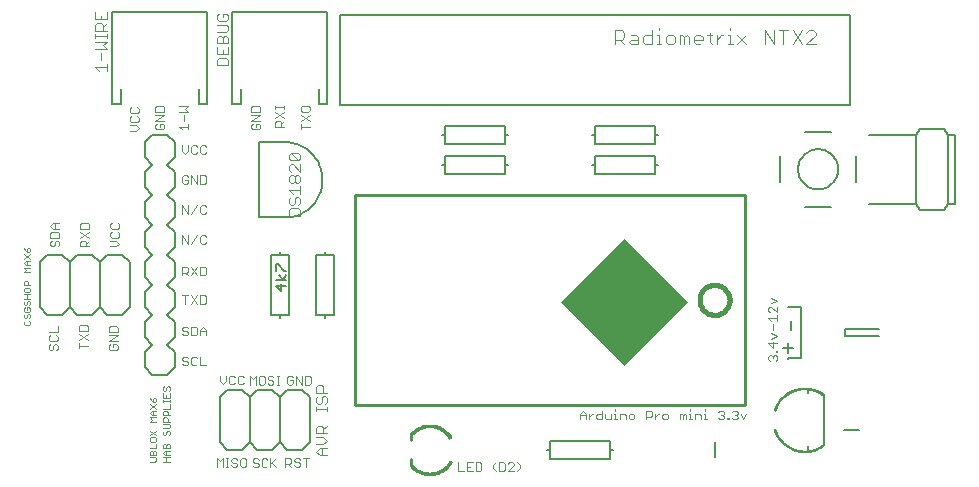
<source format=gto>
G75*
G70*
%OFA0B0*%
%FSLAX24Y24*%
%IPPOS*%
%LPD*%
%AMOC8*
5,1,8,0,0,1.08239X$1,22.5*
%
%ADD10C,0.0030*%
%ADD11C,0.0020*%
%ADD12R,0.3000X0.3000*%
%ADD13C,0.0160*%
%ADD14C,0.0100*%
%ADD15C,0.0060*%
%ADD16C,0.0050*%
%ADD17C,0.0070*%
%ADD18C,0.0010*%
%ADD19C,0.0080*%
%ADD20C,0.0040*%
D10*
X007006Y000532D02*
X007006Y000823D01*
X007103Y000726D01*
X007200Y000823D01*
X007200Y000532D01*
X007301Y000532D02*
X007398Y000532D01*
X007349Y000532D02*
X007349Y000823D01*
X007301Y000823D02*
X007398Y000823D01*
X007497Y000774D02*
X007546Y000823D01*
X007642Y000823D01*
X007691Y000774D01*
X007792Y000774D02*
X007792Y000581D01*
X007840Y000532D01*
X007937Y000532D01*
X007985Y000581D01*
X007985Y000774D01*
X007937Y000823D01*
X007840Y000823D01*
X007792Y000774D01*
X007691Y000629D02*
X007642Y000678D01*
X007546Y000678D01*
X007497Y000726D01*
X007497Y000774D01*
X007497Y000581D02*
X007546Y000532D01*
X007642Y000532D01*
X007691Y000581D01*
X007691Y000629D01*
X008206Y000578D02*
X008254Y000529D01*
X008351Y000529D01*
X008399Y000578D01*
X008399Y000626D01*
X008351Y000674D01*
X008254Y000674D01*
X008206Y000723D01*
X008206Y000771D01*
X008254Y000820D01*
X008351Y000820D01*
X008399Y000771D01*
X008500Y000771D02*
X008500Y000578D01*
X008549Y000529D01*
X008645Y000529D01*
X008694Y000578D01*
X008795Y000626D02*
X008988Y000820D01*
X008795Y000820D02*
X008795Y000529D01*
X008843Y000674D02*
X008988Y000529D01*
X009298Y000536D02*
X009298Y000826D01*
X009443Y000826D01*
X009492Y000778D01*
X009492Y000681D01*
X009443Y000633D01*
X009298Y000633D01*
X009395Y000633D02*
X009492Y000536D01*
X009593Y000585D02*
X009641Y000536D01*
X009738Y000536D01*
X009786Y000585D01*
X009786Y000633D01*
X009738Y000681D01*
X009641Y000681D01*
X009593Y000730D01*
X009593Y000778D01*
X009641Y000826D01*
X009738Y000826D01*
X009786Y000778D01*
X009887Y000826D02*
X010081Y000826D01*
X009984Y000826D02*
X009984Y000536D01*
X010437Y000919D02*
X010314Y001043D01*
X010437Y001166D01*
X010684Y001166D01*
X010561Y001288D02*
X010684Y001411D01*
X010561Y001535D01*
X010314Y001535D01*
X010314Y001656D02*
X010314Y001841D01*
X010376Y001903D01*
X010499Y001903D01*
X010561Y001841D01*
X010561Y001656D01*
X010684Y001656D02*
X010314Y001656D01*
X010561Y001780D02*
X010684Y001903D01*
X010684Y002393D02*
X010684Y002516D01*
X010684Y002454D02*
X010314Y002454D01*
X010314Y002393D02*
X010314Y002516D01*
X010376Y002638D02*
X010437Y002638D01*
X010499Y002700D01*
X010499Y002823D01*
X010561Y002885D01*
X010623Y002885D01*
X010684Y002823D01*
X010684Y002700D01*
X010623Y002638D01*
X010376Y002638D02*
X010314Y002700D01*
X010314Y002823D01*
X010376Y002885D01*
X010314Y003007D02*
X010314Y003192D01*
X010376Y003253D01*
X010499Y003253D01*
X010561Y003192D01*
X010561Y003007D01*
X010684Y003007D02*
X010314Y003007D01*
X010088Y003274D02*
X010136Y003322D01*
X010136Y003516D01*
X010088Y003564D01*
X009942Y003564D01*
X009942Y003274D01*
X010088Y003274D01*
X009841Y003274D02*
X009841Y003564D01*
X009648Y003564D02*
X009841Y003274D01*
X009648Y003274D02*
X009648Y003564D01*
X009547Y003516D02*
X009498Y003564D01*
X009402Y003564D01*
X009353Y003516D01*
X009353Y003322D01*
X009402Y003274D01*
X009498Y003274D01*
X009547Y003322D01*
X009547Y003419D01*
X009450Y003419D01*
X009096Y003563D02*
X008999Y003563D01*
X009048Y003563D02*
X009048Y003273D01*
X009096Y003273D02*
X008999Y003273D01*
X008898Y003321D02*
X008850Y003273D01*
X008753Y003273D01*
X008705Y003321D01*
X008604Y003321D02*
X008604Y003515D01*
X008555Y003563D01*
X008458Y003563D01*
X008410Y003515D01*
X008410Y003321D01*
X008458Y003273D01*
X008555Y003273D01*
X008604Y003321D01*
X008705Y003466D02*
X008753Y003418D01*
X008850Y003418D01*
X008898Y003370D01*
X008898Y003321D01*
X008898Y003515D02*
X008850Y003563D01*
X008753Y003563D01*
X008705Y003515D01*
X008705Y003466D01*
X008309Y003563D02*
X008309Y003273D01*
X008115Y003273D02*
X008115Y003563D01*
X008212Y003466D01*
X008309Y003563D01*
X007903Y003528D02*
X007854Y003576D01*
X007758Y003576D01*
X007709Y003528D01*
X007709Y003334D01*
X007758Y003286D01*
X007854Y003286D01*
X007903Y003334D01*
X007608Y003334D02*
X007560Y003286D01*
X007463Y003286D01*
X007415Y003334D01*
X007415Y003528D01*
X007463Y003576D01*
X007560Y003576D01*
X007608Y003528D01*
X007313Y003576D02*
X007313Y003383D01*
X007217Y003286D01*
X007120Y003383D01*
X007120Y003576D01*
X006648Y003915D02*
X006454Y003915D01*
X006454Y004205D01*
X006353Y004157D02*
X006305Y004205D01*
X006208Y004205D01*
X006160Y004157D01*
X006160Y003963D01*
X006208Y003915D01*
X006305Y003915D01*
X006353Y003963D01*
X006058Y003963D02*
X006010Y003915D01*
X005913Y003915D01*
X005865Y003963D01*
X005913Y004060D02*
X006010Y004060D01*
X006058Y004012D01*
X006058Y003963D01*
X005913Y004060D02*
X005865Y004108D01*
X005865Y004157D01*
X005913Y004205D01*
X006010Y004205D01*
X006058Y004157D01*
X006010Y004915D02*
X005913Y004915D01*
X005865Y004963D01*
X005913Y005060D02*
X006010Y005060D01*
X006058Y005012D01*
X006058Y004963D01*
X006010Y004915D01*
X006160Y004915D02*
X006305Y004915D01*
X006353Y004963D01*
X006353Y005157D01*
X006305Y005205D01*
X006160Y005205D01*
X006160Y004915D01*
X006058Y005157D02*
X006010Y005205D01*
X005913Y005205D01*
X005865Y005157D01*
X005865Y005108D01*
X005913Y005060D01*
X006454Y005060D02*
X006648Y005060D01*
X006648Y005108D02*
X006648Y004915D01*
X006648Y005108D02*
X006551Y005205D01*
X006454Y005108D01*
X006454Y004915D01*
X006454Y005965D02*
X006599Y005965D01*
X006648Y006013D01*
X006648Y006207D01*
X006599Y006255D01*
X006454Y006255D01*
X006454Y005965D01*
X006353Y005965D02*
X006160Y006255D01*
X006058Y006255D02*
X005865Y006255D01*
X005962Y006255D02*
X005962Y005965D01*
X006160Y005965D02*
X006353Y006255D01*
X006353Y006915D02*
X006160Y007205D01*
X006058Y007157D02*
X006058Y007060D01*
X006010Y007012D01*
X005865Y007012D01*
X005962Y007012D02*
X006058Y006915D01*
X006160Y006915D02*
X006353Y007205D01*
X006454Y007205D02*
X006599Y007205D01*
X006648Y007157D01*
X006648Y006963D01*
X006599Y006915D01*
X006454Y006915D01*
X006454Y007205D01*
X006058Y007157D02*
X006010Y007205D01*
X005865Y007205D01*
X005865Y006915D01*
X005865Y007965D02*
X005865Y008255D01*
X006058Y007965D01*
X006058Y008255D01*
X006353Y008255D02*
X006160Y007965D01*
X006454Y008013D02*
X006454Y008207D01*
X006503Y008255D01*
X006599Y008255D01*
X006648Y008207D01*
X006648Y008013D02*
X006599Y007965D01*
X006503Y007965D01*
X006454Y008013D01*
X006503Y008965D02*
X006599Y008965D01*
X006648Y009013D01*
X006503Y008965D02*
X006454Y009013D01*
X006454Y009207D01*
X006503Y009255D01*
X006599Y009255D01*
X006648Y009207D01*
X006353Y009255D02*
X006160Y008965D01*
X006058Y008965D02*
X006058Y009255D01*
X005865Y009255D02*
X005865Y008965D01*
X006058Y008965D02*
X005865Y009255D01*
X005913Y009965D02*
X006010Y009965D01*
X006058Y010013D01*
X006058Y010110D01*
X005962Y010110D01*
X006058Y010207D02*
X006010Y010255D01*
X005913Y010255D01*
X005865Y010207D01*
X005865Y010013D01*
X005913Y009965D01*
X006160Y009965D02*
X006160Y010255D01*
X006353Y009965D01*
X006353Y010255D01*
X006454Y010255D02*
X006599Y010255D01*
X006648Y010207D01*
X006648Y010013D01*
X006599Y009965D01*
X006454Y009965D01*
X006454Y010255D01*
X006503Y010965D02*
X006599Y010965D01*
X006648Y011013D01*
X006503Y010965D02*
X006454Y011013D01*
X006454Y011207D01*
X006503Y011255D01*
X006599Y011255D01*
X006648Y011207D01*
X006353Y011207D02*
X006305Y011255D01*
X006208Y011255D01*
X006160Y011207D01*
X006160Y011013D01*
X006208Y010965D01*
X006305Y010965D01*
X006353Y011013D01*
X006058Y011062D02*
X006058Y011255D01*
X005865Y011255D02*
X005865Y011062D01*
X005962Y010965D01*
X006058Y011062D01*
X006055Y011781D02*
X006055Y011975D01*
X006055Y011878D02*
X005765Y011878D01*
X005862Y011781D01*
X005910Y012076D02*
X005910Y012269D01*
X006055Y012370D02*
X005958Y012467D01*
X006055Y012564D01*
X005765Y012564D01*
X005765Y012370D02*
X006055Y012370D01*
X005255Y012370D02*
X005255Y012515D01*
X005207Y012564D01*
X005013Y012564D01*
X004965Y012515D01*
X004965Y012370D01*
X005255Y012370D01*
X005255Y012269D02*
X004965Y012269D01*
X004965Y012076D02*
X005255Y012269D01*
X005255Y012076D02*
X004965Y012076D01*
X005013Y011975D02*
X004965Y011926D01*
X004965Y011829D01*
X005013Y011781D01*
X005207Y011781D01*
X005255Y011829D01*
X005255Y011926D01*
X005207Y011975D01*
X005110Y011975D01*
X005110Y011878D01*
X004405Y011828D02*
X004308Y011925D01*
X004115Y011925D01*
X004163Y012026D02*
X004115Y012074D01*
X004115Y012171D01*
X004163Y012219D01*
X004163Y012320D02*
X004357Y012320D01*
X004405Y012369D01*
X004405Y012465D01*
X004357Y012514D01*
X004163Y012514D02*
X004115Y012465D01*
X004115Y012369D01*
X004163Y012320D01*
X004357Y012219D02*
X004405Y012171D01*
X004405Y012074D01*
X004357Y012026D01*
X004163Y012026D01*
X004115Y011731D02*
X004308Y011731D01*
X004405Y011828D01*
X003335Y013728D02*
X003335Y013975D01*
X003335Y013851D02*
X002965Y013851D01*
X003088Y013728D01*
X003150Y014096D02*
X003150Y014343D01*
X002965Y014465D02*
X003335Y014465D01*
X003212Y014588D01*
X003335Y014711D01*
X002965Y014711D01*
X002965Y014833D02*
X002965Y014956D01*
X002965Y014895D02*
X003335Y014895D01*
X003335Y014956D02*
X003335Y014833D01*
X003335Y015078D02*
X002965Y015078D01*
X002965Y015264D01*
X003026Y015325D01*
X003150Y015325D01*
X003212Y015264D01*
X003212Y015078D01*
X003212Y015202D02*
X003335Y015325D01*
X003335Y015447D02*
X002965Y015447D01*
X002965Y015694D01*
X003150Y015570D02*
X003150Y015447D01*
X003335Y015447D02*
X003335Y015694D01*
X007015Y015582D02*
X007015Y015458D01*
X007076Y015397D01*
X007323Y015397D01*
X007385Y015458D01*
X007385Y015582D01*
X007323Y015644D01*
X007200Y015644D01*
X007200Y015520D01*
X007076Y015644D02*
X007015Y015582D01*
X007015Y015275D02*
X007323Y015275D01*
X007385Y015214D01*
X007385Y015090D01*
X007323Y015028D01*
X007015Y015028D01*
X007076Y014907D02*
X007138Y014907D01*
X007200Y014845D01*
X007200Y014660D01*
X007385Y014660D02*
X007015Y014660D01*
X007015Y014845D01*
X007076Y014907D01*
X007200Y014845D02*
X007262Y014907D01*
X007323Y014907D01*
X007385Y014845D01*
X007385Y014660D01*
X007385Y014539D02*
X007385Y014292D01*
X007015Y014292D01*
X007015Y014539D01*
X007200Y014415D02*
X007200Y014292D01*
X007323Y014170D02*
X007076Y014170D01*
X007015Y014109D01*
X007015Y013923D01*
X007385Y013923D01*
X007385Y014109D01*
X007323Y014170D01*
X008213Y012564D02*
X008165Y012515D01*
X008165Y012370D01*
X008455Y012370D01*
X008455Y012515D01*
X008407Y012564D01*
X008213Y012564D01*
X008165Y012269D02*
X008455Y012269D01*
X008165Y012076D01*
X008455Y012076D01*
X008407Y011975D02*
X008310Y011975D01*
X008310Y011878D01*
X008407Y011975D02*
X008455Y011926D01*
X008455Y011829D01*
X008407Y011781D01*
X008213Y011781D01*
X008165Y011829D01*
X008165Y011926D01*
X008213Y011975D01*
X008965Y012024D02*
X009013Y012073D01*
X009110Y012073D01*
X009158Y012024D01*
X009158Y011879D01*
X009255Y011879D02*
X008965Y011879D01*
X008965Y012024D01*
X008965Y012174D02*
X009255Y012367D01*
X009255Y012469D02*
X009255Y012565D01*
X009255Y012517D02*
X008965Y012517D01*
X008965Y012469D02*
X008965Y012565D01*
X008965Y012367D02*
X009255Y012174D01*
X009255Y012073D02*
X009158Y011976D01*
X009815Y011975D02*
X009815Y011781D01*
X009815Y011878D02*
X010105Y011878D01*
X010105Y012076D02*
X009815Y012269D01*
X009863Y012370D02*
X009815Y012419D01*
X009815Y012515D01*
X009863Y012564D01*
X010057Y012564D01*
X010105Y012515D01*
X010105Y012419D01*
X010057Y012370D01*
X009863Y012370D01*
X010105Y012269D02*
X009815Y012076D01*
X009723Y010994D02*
X009476Y010994D01*
X009723Y010747D01*
X009785Y010808D01*
X009785Y010932D01*
X009723Y010994D01*
X009476Y010994D02*
X009415Y010932D01*
X009415Y010808D01*
X009476Y010747D01*
X009723Y010747D01*
X009785Y010625D02*
X009785Y010378D01*
X009538Y010625D01*
X009476Y010625D01*
X009415Y010564D01*
X009415Y010440D01*
X009476Y010378D01*
X009476Y010257D02*
X009538Y010257D01*
X009600Y010195D01*
X009600Y010072D01*
X009538Y010010D01*
X009476Y010010D01*
X009415Y010072D01*
X009415Y010195D01*
X009476Y010257D01*
X009600Y010195D02*
X009662Y010257D01*
X009723Y010257D01*
X009785Y010195D01*
X009785Y010072D01*
X009723Y010010D01*
X009662Y010010D01*
X009600Y010072D01*
X009785Y009889D02*
X009785Y009642D01*
X009785Y009765D02*
X009415Y009765D01*
X009538Y009642D01*
X009476Y009520D02*
X009415Y009459D01*
X009415Y009335D01*
X009476Y009273D01*
X009538Y009273D01*
X009600Y009335D01*
X009600Y009459D01*
X009662Y009520D01*
X009723Y009520D01*
X009785Y009459D01*
X009785Y009335D01*
X009723Y009273D01*
X009723Y009152D02*
X009476Y009152D01*
X009415Y009090D01*
X009415Y008905D01*
X009785Y008905D01*
X009785Y009090D01*
X009723Y009152D01*
X003755Y008615D02*
X003755Y008519D01*
X003707Y008470D01*
X003513Y008470D01*
X003465Y008519D01*
X003465Y008615D01*
X003513Y008664D01*
X003707Y008664D02*
X003755Y008615D01*
X003707Y008369D02*
X003755Y008321D01*
X003755Y008224D01*
X003707Y008176D01*
X003513Y008176D01*
X003465Y008224D01*
X003465Y008321D01*
X003513Y008369D01*
X003465Y008075D02*
X003658Y008075D01*
X003755Y007978D01*
X003658Y007881D01*
X003465Y007881D01*
X002755Y007881D02*
X002465Y007881D01*
X002465Y008026D01*
X002513Y008075D01*
X002610Y008075D01*
X002658Y008026D01*
X002658Y007881D01*
X002658Y007978D02*
X002755Y008075D01*
X002755Y008176D02*
X002465Y008369D01*
X002465Y008470D02*
X002465Y008615D01*
X002513Y008664D01*
X002707Y008664D01*
X002755Y008615D01*
X002755Y008470D01*
X002465Y008470D01*
X002465Y008176D02*
X002755Y008369D01*
X001755Y008321D02*
X001755Y008176D01*
X001465Y008176D01*
X001465Y008321D01*
X001513Y008369D01*
X001707Y008369D01*
X001755Y008321D01*
X001755Y008470D02*
X001562Y008470D01*
X001465Y008567D01*
X001562Y008664D01*
X001755Y008664D01*
X001610Y008664D02*
X001610Y008470D01*
X001658Y008075D02*
X001707Y008075D01*
X001755Y008026D01*
X001755Y007929D01*
X001707Y007881D01*
X001610Y007929D02*
X001610Y008026D01*
X001658Y008075D01*
X001513Y008075D02*
X001465Y008026D01*
X001465Y007929D01*
X001513Y007881D01*
X001562Y007881D01*
X001610Y007929D01*
X001705Y005214D02*
X001705Y005020D01*
X001415Y005020D01*
X001463Y004919D02*
X001415Y004871D01*
X001415Y004774D01*
X001463Y004726D01*
X001657Y004726D01*
X001705Y004774D01*
X001705Y004871D01*
X001657Y004919D01*
X001657Y004625D02*
X001705Y004576D01*
X001705Y004479D01*
X001657Y004431D01*
X001560Y004479D02*
X001560Y004576D01*
X001608Y004625D01*
X001657Y004625D01*
X001560Y004479D02*
X001512Y004431D01*
X001463Y004431D01*
X001415Y004479D01*
X001415Y004576D01*
X001463Y004625D01*
X002415Y004578D02*
X002705Y004578D01*
X002705Y004776D02*
X002415Y004969D01*
X002415Y005070D02*
X002415Y005215D01*
X002463Y005264D01*
X002657Y005264D01*
X002705Y005215D01*
X002705Y005070D01*
X002415Y005070D01*
X002415Y004776D02*
X002705Y004969D01*
X002415Y004675D02*
X002415Y004481D01*
X003415Y004479D02*
X003463Y004431D01*
X003657Y004431D01*
X003705Y004479D01*
X003705Y004576D01*
X003657Y004625D01*
X003560Y004625D01*
X003560Y004528D01*
X003463Y004625D02*
X003415Y004576D01*
X003415Y004479D01*
X003415Y004726D02*
X003705Y004919D01*
X003415Y004919D01*
X003415Y005020D02*
X003415Y005165D01*
X003463Y005214D01*
X003657Y005214D01*
X003705Y005165D01*
X003705Y005020D01*
X003415Y005020D01*
X003415Y004726D02*
X003705Y004726D01*
X010314Y001288D02*
X010561Y001288D01*
X010499Y001166D02*
X010499Y000919D01*
X010437Y000919D02*
X010684Y000919D01*
X008694Y000771D02*
X008645Y000820D01*
X008549Y000820D01*
X008500Y000771D01*
X015045Y000685D02*
X015045Y000395D01*
X015238Y000395D01*
X015340Y000395D02*
X015533Y000395D01*
X015634Y000395D02*
X015779Y000395D01*
X015828Y000443D01*
X015828Y000637D01*
X015779Y000685D01*
X015634Y000685D01*
X015634Y000395D01*
X015436Y000540D02*
X015340Y000540D01*
X015340Y000685D02*
X015340Y000395D01*
X015340Y000685D02*
X015533Y000685D01*
X016224Y000588D02*
X016320Y000685D01*
X016420Y000685D02*
X016565Y000685D01*
X016614Y000637D01*
X016614Y000443D01*
X016565Y000395D01*
X016420Y000395D01*
X016420Y000685D01*
X016224Y000588D02*
X016224Y000492D01*
X016320Y000395D01*
X016715Y000395D02*
X016908Y000588D01*
X016908Y000637D01*
X016860Y000685D01*
X016763Y000685D01*
X016715Y000637D01*
X016715Y000395D02*
X016908Y000395D01*
X017009Y000395D02*
X017106Y000492D01*
X017106Y000588D01*
X017009Y000685D01*
X019115Y002115D02*
X019115Y002308D01*
X019212Y002405D01*
X019308Y002308D01*
X019308Y002115D01*
X019410Y002115D02*
X019410Y002308D01*
X019410Y002212D02*
X019506Y002308D01*
X019555Y002308D01*
X019655Y002260D02*
X019704Y002308D01*
X019849Y002308D01*
X019849Y002405D02*
X019849Y002115D01*
X019704Y002115D01*
X019655Y002163D01*
X019655Y002260D01*
X019950Y002308D02*
X019950Y002163D01*
X019998Y002115D01*
X020143Y002115D01*
X020143Y002308D01*
X020244Y002308D02*
X020293Y002308D01*
X020293Y002115D01*
X020341Y002115D02*
X020244Y002115D01*
X020441Y002115D02*
X020441Y002308D01*
X020586Y002308D01*
X020634Y002260D01*
X020634Y002115D01*
X020736Y002163D02*
X020784Y002115D01*
X020881Y002115D01*
X020929Y002163D01*
X020929Y002260D01*
X020881Y002308D01*
X020784Y002308D01*
X020736Y002260D01*
X020736Y002163D01*
X020293Y002405D02*
X020293Y002454D01*
X019308Y002260D02*
X019115Y002260D01*
X021325Y002212D02*
X021470Y002212D01*
X021518Y002260D01*
X021518Y002357D01*
X021470Y002405D01*
X021325Y002405D01*
X021325Y002115D01*
X021620Y002115D02*
X021620Y002308D01*
X021620Y002212D02*
X021716Y002308D01*
X021765Y002308D01*
X021865Y002260D02*
X021865Y002163D01*
X021913Y002115D01*
X022010Y002115D01*
X022059Y002163D01*
X022059Y002260D01*
X022010Y002308D01*
X021913Y002308D01*
X021865Y002260D01*
X022454Y002308D02*
X022454Y002115D01*
X022551Y002115D02*
X022551Y002260D01*
X022600Y002308D01*
X022648Y002260D01*
X022648Y002115D01*
X022749Y002115D02*
X022846Y002115D01*
X022797Y002115D02*
X022797Y002308D01*
X022749Y002308D01*
X022797Y002405D02*
X022797Y002454D01*
X022945Y002308D02*
X023091Y002308D01*
X023139Y002260D01*
X023139Y002115D01*
X023240Y002115D02*
X023337Y002115D01*
X023288Y002115D02*
X023288Y002308D01*
X023240Y002308D01*
X023288Y002405D02*
X023288Y002454D01*
X022945Y002308D02*
X022945Y002115D01*
X022551Y002260D02*
X022503Y002308D01*
X022454Y002308D01*
X023731Y002357D02*
X023780Y002405D01*
X023876Y002405D01*
X023925Y002357D01*
X023925Y002308D01*
X023876Y002260D01*
X023925Y002212D01*
X023925Y002163D01*
X023876Y002115D01*
X023780Y002115D01*
X023731Y002163D01*
X023828Y002260D02*
X023876Y002260D01*
X024026Y002163D02*
X024074Y002163D01*
X024074Y002115D01*
X024026Y002115D01*
X024026Y002163D01*
X024173Y002163D02*
X024222Y002115D01*
X024318Y002115D01*
X024367Y002163D01*
X024367Y002212D01*
X024318Y002260D01*
X024270Y002260D01*
X024318Y002260D02*
X024367Y002308D01*
X024367Y002357D01*
X024318Y002405D01*
X024222Y002405D01*
X024173Y002357D01*
X024468Y002308D02*
X024565Y002115D01*
X024661Y002308D01*
X025443Y004065D02*
X025395Y004113D01*
X025395Y004210D01*
X025443Y004258D01*
X025492Y004258D01*
X025540Y004210D01*
X025588Y004258D01*
X025637Y004258D01*
X025685Y004210D01*
X025685Y004113D01*
X025637Y004065D01*
X025540Y004162D02*
X025540Y004210D01*
X025637Y004360D02*
X025637Y004408D01*
X025685Y004408D01*
X025685Y004360D01*
X025637Y004360D01*
X025540Y004507D02*
X025540Y004700D01*
X025492Y004802D02*
X025685Y004898D01*
X025492Y004995D01*
X025540Y005096D02*
X025540Y005290D01*
X025492Y005391D02*
X025395Y005488D01*
X025685Y005488D01*
X025685Y005584D02*
X025685Y005391D01*
X025685Y005686D02*
X025492Y005879D01*
X025443Y005879D01*
X025395Y005831D01*
X025395Y005734D01*
X025443Y005686D01*
X025685Y005686D02*
X025685Y005879D01*
X025685Y006077D02*
X025492Y005980D01*
X025492Y006174D02*
X025685Y006077D01*
X025685Y004652D02*
X025395Y004652D01*
X025540Y004507D01*
D11*
X004953Y000710D02*
X004770Y000710D01*
X004770Y000857D02*
X004953Y000857D01*
X004990Y000820D01*
X004990Y000747D01*
X004953Y000710D01*
X004990Y000931D02*
X004990Y001041D01*
X004953Y001078D01*
X004917Y001078D01*
X004880Y001041D01*
X004880Y000931D01*
X004990Y000931D02*
X004770Y000931D01*
X004770Y001041D01*
X004807Y001078D01*
X004843Y001078D01*
X004880Y001041D01*
X004990Y001152D02*
X004990Y001299D01*
X004953Y001373D02*
X004990Y001410D01*
X004990Y001483D01*
X004953Y001520D01*
X004807Y001520D01*
X004770Y001483D01*
X004770Y001410D01*
X004807Y001373D01*
X004953Y001373D01*
X004990Y001594D02*
X004770Y001741D01*
X004770Y001594D02*
X004990Y001741D01*
X005220Y001704D02*
X005220Y001631D01*
X005257Y001594D01*
X005293Y001594D01*
X005330Y001631D01*
X005330Y001704D01*
X005367Y001741D01*
X005403Y001741D01*
X005440Y001704D01*
X005440Y001631D01*
X005403Y001594D01*
X005257Y001741D02*
X005220Y001704D01*
X005220Y001815D02*
X005403Y001815D01*
X005440Y001852D01*
X005440Y001925D01*
X005403Y001962D01*
X005220Y001962D01*
X005220Y002036D02*
X005220Y002146D01*
X005257Y002183D01*
X005330Y002183D01*
X005367Y002146D01*
X005367Y002036D01*
X005440Y002036D02*
X005220Y002036D01*
X005220Y002257D02*
X005220Y002367D01*
X005257Y002404D01*
X005330Y002404D01*
X005367Y002367D01*
X005367Y002257D01*
X005440Y002257D02*
X005220Y002257D01*
X004990Y002257D02*
X004843Y002257D01*
X004770Y002330D01*
X004843Y002404D01*
X004990Y002404D01*
X004990Y002478D02*
X004770Y002625D01*
X004880Y002699D02*
X004880Y002809D01*
X004917Y002846D01*
X004953Y002846D01*
X004990Y002809D01*
X004990Y002736D01*
X004953Y002699D01*
X004880Y002699D01*
X004807Y002772D01*
X004770Y002846D01*
X004990Y002625D02*
X004770Y002478D01*
X004880Y002404D02*
X004880Y002257D01*
X004770Y002183D02*
X004990Y002183D01*
X004990Y002036D02*
X004770Y002036D01*
X004843Y002109D01*
X004770Y002183D01*
X005220Y002478D02*
X005440Y002478D01*
X005440Y002625D01*
X005440Y002699D02*
X005440Y002772D01*
X005440Y002736D02*
X005220Y002736D01*
X005220Y002772D02*
X005220Y002699D01*
X005220Y002846D02*
X005440Y002846D01*
X005440Y002993D01*
X005403Y003067D02*
X005440Y003104D01*
X005440Y003177D01*
X005403Y003214D01*
X005367Y003214D01*
X005330Y003177D01*
X005330Y003104D01*
X005293Y003067D01*
X005257Y003067D01*
X005220Y003104D01*
X005220Y003177D01*
X005257Y003214D01*
X005220Y002993D02*
X005220Y002846D01*
X005330Y002846D02*
X005330Y002920D01*
X005367Y001299D02*
X005403Y001299D01*
X005440Y001262D01*
X005440Y001152D01*
X005220Y001152D01*
X005220Y001262D01*
X005257Y001299D01*
X005293Y001299D01*
X005330Y001262D01*
X005330Y001152D01*
X005330Y001078D02*
X005330Y000931D01*
X005293Y000931D02*
X005220Y001004D01*
X005293Y001078D01*
X005440Y001078D01*
X005440Y000931D02*
X005293Y000931D01*
X005330Y000857D02*
X005330Y000710D01*
X005440Y000710D02*
X005220Y000710D01*
X005220Y000857D02*
X005440Y000857D01*
X005330Y001262D02*
X005367Y001299D01*
X004990Y001152D02*
X004770Y001152D01*
X000753Y005260D02*
X000607Y005260D01*
X000570Y005297D01*
X000570Y005370D01*
X000607Y005407D01*
X000607Y005481D02*
X000643Y005481D01*
X000680Y005518D01*
X000680Y005591D01*
X000717Y005628D01*
X000753Y005628D01*
X000790Y005591D01*
X000790Y005518D01*
X000753Y005481D01*
X000753Y005407D02*
X000790Y005370D01*
X000790Y005297D01*
X000753Y005260D01*
X000607Y005481D02*
X000570Y005518D01*
X000570Y005591D01*
X000607Y005628D01*
X000607Y005702D02*
X000753Y005702D01*
X000790Y005739D01*
X000790Y005812D01*
X000753Y005849D01*
X000680Y005849D01*
X000680Y005775D01*
X000607Y005702D02*
X000570Y005739D01*
X000570Y005812D01*
X000607Y005849D01*
X000607Y005923D02*
X000643Y005923D01*
X000680Y005960D01*
X000680Y006033D01*
X000717Y006070D01*
X000753Y006070D01*
X000790Y006033D01*
X000790Y005960D01*
X000753Y005923D01*
X000607Y005923D02*
X000570Y005960D01*
X000570Y006033D01*
X000607Y006070D01*
X000570Y006144D02*
X000790Y006144D01*
X000680Y006144D02*
X000680Y006291D01*
X000607Y006365D02*
X000753Y006365D01*
X000790Y006402D01*
X000790Y006475D01*
X000753Y006512D01*
X000607Y006512D01*
X000570Y006475D01*
X000570Y006402D01*
X000607Y006365D01*
X000570Y006291D02*
X000790Y006291D01*
X000790Y006586D02*
X000570Y006586D01*
X000570Y006696D01*
X000607Y006733D01*
X000680Y006733D01*
X000717Y006696D01*
X000717Y006586D01*
X000790Y007028D02*
X000570Y007028D01*
X000643Y007101D01*
X000570Y007175D01*
X000790Y007175D01*
X000790Y007249D02*
X000643Y007249D01*
X000570Y007322D01*
X000643Y007396D01*
X000790Y007396D01*
X000790Y007470D02*
X000570Y007617D01*
X000680Y007691D02*
X000607Y007764D01*
X000570Y007838D01*
X000680Y007801D02*
X000680Y007691D01*
X000753Y007691D01*
X000790Y007728D01*
X000790Y007801D01*
X000753Y007838D01*
X000717Y007838D01*
X000680Y007801D01*
X000790Y007617D02*
X000570Y007470D01*
X000680Y007396D02*
X000680Y007249D01*
D12*
G36*
X022721Y006014D02*
X020600Y003893D01*
X018479Y006014D01*
X020600Y008135D01*
X022721Y006014D01*
G37*
D13*
X023100Y006100D02*
X023102Y006144D01*
X023108Y006188D01*
X023118Y006231D01*
X023131Y006273D01*
X023148Y006314D01*
X023169Y006353D01*
X023193Y006390D01*
X023220Y006425D01*
X023250Y006457D01*
X023283Y006487D01*
X023319Y006513D01*
X023356Y006537D01*
X023396Y006556D01*
X023437Y006573D01*
X023480Y006585D01*
X023523Y006594D01*
X023567Y006599D01*
X023611Y006600D01*
X023655Y006597D01*
X023699Y006590D01*
X023742Y006579D01*
X023784Y006565D01*
X023824Y006547D01*
X023863Y006525D01*
X023899Y006501D01*
X023933Y006473D01*
X023965Y006442D01*
X023994Y006408D01*
X024020Y006372D01*
X024042Y006334D01*
X024061Y006294D01*
X024076Y006252D01*
X024088Y006210D01*
X024096Y006166D01*
X024100Y006122D01*
X024100Y006078D01*
X024096Y006034D01*
X024088Y005990D01*
X024076Y005948D01*
X024061Y005906D01*
X024042Y005866D01*
X024020Y005828D01*
X023994Y005792D01*
X023965Y005758D01*
X023933Y005727D01*
X023899Y005699D01*
X023863Y005675D01*
X023824Y005653D01*
X023784Y005635D01*
X023742Y005621D01*
X023699Y005610D01*
X023655Y005603D01*
X023611Y005600D01*
X023567Y005601D01*
X023523Y005606D01*
X023480Y005615D01*
X023437Y005627D01*
X023396Y005644D01*
X023356Y005663D01*
X023319Y005687D01*
X023283Y005713D01*
X023250Y005743D01*
X023220Y005775D01*
X023193Y005810D01*
X023169Y005847D01*
X023148Y005886D01*
X023131Y005927D01*
X023118Y005969D01*
X023108Y006012D01*
X023102Y006056D01*
X023100Y006100D01*
D14*
X024600Y002600D02*
X011600Y002600D01*
X011600Y009600D01*
X024600Y009600D01*
X024600Y002600D01*
X013480Y001610D02*
X013480Y001430D01*
X013480Y000790D02*
X013480Y000590D01*
D15*
X010100Y001350D02*
X009850Y001100D01*
X009350Y001100D01*
X009100Y001350D01*
X009100Y002850D01*
X009350Y003100D01*
X009850Y003100D01*
X010100Y002850D01*
X010100Y001350D01*
X009100Y001350D02*
X008850Y001100D01*
X008350Y001100D01*
X008100Y001350D01*
X008100Y002850D01*
X008350Y003100D01*
X008850Y003100D01*
X009100Y002850D01*
X008100Y002850D02*
X007850Y003100D01*
X007350Y003100D01*
X007100Y002850D01*
X007100Y001350D01*
X007350Y001100D01*
X007850Y001100D01*
X008100Y001350D01*
X003850Y005600D02*
X003350Y005600D01*
X003100Y005850D01*
X003100Y007350D01*
X003350Y007600D01*
X003850Y007600D01*
X004100Y007350D01*
X004100Y005850D01*
X003850Y005600D01*
X003100Y005850D02*
X002850Y005600D01*
X002350Y005600D01*
X002100Y005850D01*
X002100Y007350D01*
X002350Y007600D01*
X002850Y007600D01*
X003100Y007350D01*
X002100Y007350D02*
X001850Y007600D01*
X001350Y007600D01*
X001100Y007350D01*
X001100Y005850D01*
X001350Y005600D01*
X001850Y005600D01*
X002100Y005850D01*
X008980Y006557D02*
X009150Y006386D01*
X009150Y006613D01*
X009207Y006755D02*
X009093Y006925D01*
X008980Y007062D02*
X008980Y007289D01*
X009036Y007289D01*
X009263Y007062D01*
X009320Y007062D01*
X009320Y006925D02*
X009207Y006755D01*
X009320Y006755D02*
X008980Y006755D01*
X008980Y006557D02*
X009320Y006557D01*
X026700Y003145D02*
X026700Y002987D01*
X027250Y002925D02*
X027250Y001275D01*
X026700Y001213D02*
X026700Y001055D01*
D16*
X026482Y004173D02*
X026049Y004173D01*
X026049Y004134D01*
X026482Y004173D02*
X026482Y005866D01*
X026049Y005866D01*
X027939Y005118D02*
X027939Y004882D01*
X029080Y004882D01*
X029080Y005118D02*
X027939Y005118D01*
X028100Y012600D02*
X028100Y015600D01*
X011100Y015600D01*
X011100Y012600D01*
X028100Y012600D01*
X009150Y011350D02*
X009219Y011355D01*
X009288Y011356D01*
X009357Y011353D01*
X009426Y011347D01*
X009495Y011337D01*
X009563Y011323D01*
X009630Y011305D01*
X009695Y011284D01*
X009760Y011259D01*
X009823Y011230D01*
X009884Y011198D01*
X009944Y011163D01*
X010002Y011125D01*
X010057Y011083D01*
X010110Y011038D01*
X010160Y010991D01*
X010208Y010941D01*
X010253Y010888D01*
X010295Y010833D01*
X010334Y010776D01*
X010369Y010716D01*
X010402Y010655D01*
X010430Y010592D01*
X010456Y010528D01*
X010478Y010462D01*
X010496Y010395D01*
X010510Y010328D01*
X010521Y010259D01*
X010528Y010190D01*
X010531Y010121D01*
X010530Y010052D01*
X010526Y009983D01*
X010517Y009914D01*
X010505Y009846D01*
X010489Y009779D01*
X010470Y009712D01*
X010447Y009647D01*
X010420Y009583D01*
X010390Y009521D01*
X010356Y009461D01*
X010319Y009402D01*
X010279Y009346D01*
X010236Y009291D01*
X010190Y009240D01*
X010141Y009191D01*
X010090Y009144D01*
X010036Y009101D01*
X009980Y009060D01*
X009921Y009023D01*
X009861Y008989D01*
X009799Y008959D01*
X009735Y008931D01*
X009670Y008908D01*
X009604Y008888D01*
X009537Y008872D01*
X009469Y008859D01*
X009400Y008850D01*
X008400Y008850D01*
X008400Y011350D01*
X009150Y011350D01*
D17*
X025891Y004491D02*
X026218Y004491D01*
X026055Y004328D02*
X026055Y004655D01*
X026133Y005082D02*
X026133Y005409D01*
D18*
X027261Y002947D02*
X027230Y002908D01*
X027231Y002908D02*
X027181Y002945D01*
X027129Y002978D01*
X027075Y003008D01*
X027019Y003035D01*
X026962Y003059D01*
X026904Y003079D01*
X026844Y003095D01*
X026784Y003108D01*
X026723Y003118D01*
X026661Y003123D01*
X026599Y003125D01*
X026538Y003123D01*
X026476Y003117D01*
X026415Y003108D01*
X026355Y003095D01*
X026295Y003079D01*
X026237Y003058D01*
X026180Y003035D01*
X026124Y003008D01*
X026070Y002977D01*
X026018Y002944D01*
X025969Y002907D01*
X025921Y002868D01*
X025876Y002826D01*
X025834Y002781D01*
X025794Y002733D01*
X025757Y002683D01*
X025724Y002632D01*
X025693Y002578D01*
X025666Y002522D01*
X025642Y002465D01*
X025622Y002407D01*
X025575Y002421D01*
X025574Y002422D01*
X025596Y002483D01*
X025620Y002543D01*
X025649Y002601D01*
X025681Y002657D01*
X025716Y002712D01*
X025755Y002764D01*
X025796Y002814D01*
X025841Y002861D01*
X025888Y002905D01*
X025938Y002947D01*
X025990Y002985D01*
X026044Y003020D01*
X026101Y003052D01*
X026159Y003080D01*
X026219Y003105D01*
X026280Y003126D01*
X026343Y003144D01*
X026406Y003157D01*
X026470Y003167D01*
X026535Y003173D01*
X026599Y003175D01*
X026664Y003173D01*
X026729Y003167D01*
X026793Y003158D01*
X026856Y003144D01*
X026919Y003127D01*
X026980Y003106D01*
X027040Y003081D01*
X027098Y003053D01*
X027155Y003021D01*
X027209Y002986D01*
X027262Y002947D01*
X027256Y002940D01*
X027204Y002978D01*
X027150Y003013D01*
X027094Y003045D01*
X027036Y003073D01*
X026977Y003097D01*
X026916Y003118D01*
X026854Y003135D01*
X026791Y003149D01*
X026728Y003158D01*
X026664Y003164D01*
X026599Y003166D01*
X026535Y003164D01*
X026471Y003158D01*
X026408Y003149D01*
X026345Y003135D01*
X026283Y003118D01*
X026222Y003097D01*
X026163Y003072D01*
X026105Y003044D01*
X026049Y003013D01*
X025995Y002978D01*
X025943Y002940D01*
X025894Y002899D01*
X025847Y002855D01*
X025803Y002808D01*
X025762Y002758D01*
X025724Y002707D01*
X025689Y002653D01*
X025657Y002597D01*
X025629Y002539D01*
X025604Y002480D01*
X025583Y002419D01*
X025591Y002416D01*
X025612Y002477D01*
X025637Y002535D01*
X025665Y002593D01*
X025696Y002648D01*
X025731Y002702D01*
X025769Y002753D01*
X025810Y002802D01*
X025853Y002848D01*
X025900Y002892D01*
X025949Y002933D01*
X026000Y002970D01*
X026054Y003005D01*
X026109Y003036D01*
X026166Y003064D01*
X026225Y003088D01*
X026286Y003109D01*
X026347Y003126D01*
X026409Y003140D01*
X026472Y003149D01*
X026536Y003155D01*
X026599Y003157D01*
X026663Y003155D01*
X026727Y003149D01*
X026790Y003140D01*
X026852Y003127D01*
X026913Y003109D01*
X026974Y003089D01*
X027033Y003064D01*
X027090Y003037D01*
X027145Y003005D01*
X027199Y002971D01*
X027250Y002933D01*
X027245Y002926D01*
X027194Y002963D01*
X027141Y002998D01*
X027086Y003029D01*
X027029Y003056D01*
X026970Y003080D01*
X026911Y003101D01*
X026850Y003118D01*
X026788Y003131D01*
X026726Y003140D01*
X026663Y003146D01*
X026599Y003148D01*
X026536Y003146D01*
X026473Y003140D01*
X026411Y003131D01*
X026349Y003118D01*
X026288Y003101D01*
X026229Y003080D01*
X026170Y003056D01*
X026113Y003028D01*
X026058Y002997D01*
X026005Y002963D01*
X025954Y002925D01*
X025906Y002885D01*
X025860Y002842D01*
X025816Y002796D01*
X025776Y002747D01*
X025738Y002697D01*
X025704Y002644D01*
X025673Y002589D01*
X025645Y002532D01*
X025621Y002473D01*
X025600Y002414D01*
X025609Y002411D01*
X025629Y002470D01*
X025653Y002528D01*
X025681Y002584D01*
X025712Y002639D01*
X025746Y002691D01*
X025783Y002742D01*
X025823Y002790D01*
X025866Y002835D01*
X025912Y002878D01*
X025960Y002918D01*
X026010Y002955D01*
X026063Y002989D01*
X026118Y003020D01*
X026174Y003048D01*
X026232Y003072D01*
X026291Y003092D01*
X026351Y003109D01*
X026413Y003122D01*
X026474Y003131D01*
X026537Y003137D01*
X026599Y003139D01*
X026662Y003137D01*
X026724Y003132D01*
X026786Y003122D01*
X026848Y003109D01*
X026908Y003092D01*
X026967Y003072D01*
X027025Y003048D01*
X027081Y003021D01*
X027136Y002990D01*
X027189Y002956D01*
X027239Y002919D01*
X027234Y002912D01*
X027184Y002949D01*
X027131Y002982D01*
X027077Y003013D01*
X027021Y003040D01*
X026964Y003064D01*
X026905Y003084D01*
X026845Y003100D01*
X026785Y003113D01*
X026723Y003123D01*
X026662Y003128D01*
X026599Y003130D01*
X026537Y003128D01*
X026476Y003122D01*
X026414Y003113D01*
X026353Y003100D01*
X026294Y003083D01*
X026235Y003063D01*
X026178Y003039D01*
X026122Y003012D01*
X026068Y002982D01*
X026015Y002948D01*
X025965Y002911D01*
X025918Y002872D01*
X025872Y002829D01*
X025830Y002784D01*
X025790Y002736D01*
X025753Y002686D01*
X025719Y002634D01*
X025689Y002580D01*
X025662Y002524D01*
X025638Y002467D01*
X025617Y002408D01*
X025575Y001779D02*
X025623Y001794D01*
X025622Y001793D02*
X025642Y001735D01*
X025666Y001678D01*
X025693Y001622D01*
X025724Y001568D01*
X025757Y001517D01*
X025794Y001467D01*
X025834Y001419D01*
X025876Y001374D01*
X025921Y001332D01*
X025969Y001293D01*
X026018Y001256D01*
X026070Y001223D01*
X026124Y001192D01*
X026180Y001165D01*
X026237Y001142D01*
X026295Y001121D01*
X026355Y001105D01*
X026415Y001092D01*
X026476Y001083D01*
X026538Y001077D01*
X026599Y001075D01*
X026661Y001077D01*
X026723Y001082D01*
X026784Y001092D01*
X026844Y001105D01*
X026904Y001121D01*
X026962Y001141D01*
X027019Y001165D01*
X027075Y001192D01*
X027129Y001222D01*
X027181Y001255D01*
X027231Y001292D01*
X027261Y001253D01*
X027262Y001253D01*
X027209Y001214D01*
X027155Y001179D01*
X027098Y001147D01*
X027040Y001119D01*
X026980Y001094D01*
X026919Y001073D01*
X026856Y001056D01*
X026793Y001042D01*
X026729Y001033D01*
X026664Y001027D01*
X026599Y001025D01*
X026535Y001027D01*
X026470Y001033D01*
X026406Y001043D01*
X026343Y001056D01*
X026280Y001074D01*
X026219Y001095D01*
X026159Y001120D01*
X026101Y001148D01*
X026044Y001180D01*
X025990Y001215D01*
X025938Y001253D01*
X025888Y001295D01*
X025841Y001339D01*
X025796Y001386D01*
X025755Y001436D01*
X025716Y001488D01*
X025681Y001543D01*
X025649Y001599D01*
X025620Y001657D01*
X025596Y001717D01*
X025574Y001778D01*
X025583Y001781D01*
X025604Y001720D01*
X025629Y001661D01*
X025657Y001603D01*
X025689Y001547D01*
X025723Y001493D01*
X025762Y001442D01*
X025803Y001392D01*
X025847Y001345D01*
X025894Y001301D01*
X025943Y001260D01*
X025995Y001222D01*
X026049Y001187D01*
X026105Y001156D01*
X026163Y001128D01*
X026222Y001103D01*
X026283Y001082D01*
X026345Y001065D01*
X026408Y001051D01*
X026471Y001042D01*
X026535Y001036D01*
X026599Y001034D01*
X026664Y001036D01*
X026728Y001042D01*
X026791Y001051D01*
X026854Y001065D01*
X026916Y001082D01*
X026977Y001103D01*
X027036Y001127D01*
X027094Y001155D01*
X027150Y001187D01*
X027204Y001222D01*
X027256Y001260D01*
X027250Y001267D01*
X027199Y001229D01*
X027145Y001195D01*
X027090Y001163D01*
X027033Y001136D01*
X026974Y001111D01*
X026913Y001091D01*
X026852Y001073D01*
X026790Y001060D01*
X026727Y001051D01*
X026663Y001045D01*
X026599Y001043D01*
X026536Y001045D01*
X026472Y001051D01*
X026409Y001060D01*
X026347Y001074D01*
X026286Y001091D01*
X026225Y001112D01*
X026166Y001136D01*
X026109Y001164D01*
X026054Y001195D01*
X026000Y001230D01*
X025949Y001267D01*
X025900Y001308D01*
X025853Y001352D01*
X025810Y001398D01*
X025769Y001447D01*
X025731Y001498D01*
X025696Y001552D01*
X025665Y001607D01*
X025637Y001665D01*
X025612Y001723D01*
X025591Y001784D01*
X025600Y001786D01*
X025621Y001727D01*
X025645Y001668D01*
X025673Y001611D01*
X025704Y001556D01*
X025738Y001503D01*
X025776Y001453D01*
X025816Y001404D01*
X025860Y001358D01*
X025906Y001315D01*
X025954Y001275D01*
X026005Y001237D01*
X026058Y001203D01*
X026113Y001172D01*
X026170Y001144D01*
X026229Y001120D01*
X026288Y001099D01*
X026349Y001082D01*
X026411Y001069D01*
X026473Y001060D01*
X026536Y001054D01*
X026599Y001052D01*
X026663Y001054D01*
X026726Y001060D01*
X026788Y001069D01*
X026850Y001082D01*
X026911Y001099D01*
X026970Y001120D01*
X027029Y001144D01*
X027086Y001171D01*
X027141Y001202D01*
X027194Y001236D01*
X027245Y001274D01*
X027239Y001281D01*
X027189Y001244D01*
X027136Y001210D01*
X027081Y001179D01*
X027025Y001152D01*
X026967Y001128D01*
X026908Y001108D01*
X026848Y001091D01*
X026786Y001078D01*
X026724Y001068D01*
X026662Y001063D01*
X026599Y001061D01*
X026537Y001063D01*
X026474Y001069D01*
X026413Y001078D01*
X026351Y001091D01*
X026291Y001108D01*
X026232Y001128D01*
X026174Y001152D01*
X026118Y001180D01*
X026063Y001211D01*
X026010Y001245D01*
X025960Y001282D01*
X025912Y001322D01*
X025866Y001365D01*
X025823Y001410D01*
X025783Y001458D01*
X025746Y001509D01*
X025712Y001561D01*
X025681Y001616D01*
X025653Y001672D01*
X025629Y001730D01*
X025609Y001789D01*
X025617Y001792D01*
X025638Y001733D01*
X025662Y001676D01*
X025689Y001620D01*
X025719Y001566D01*
X025753Y001514D01*
X025790Y001464D01*
X025830Y001416D01*
X025872Y001371D01*
X025918Y001328D01*
X025965Y001289D01*
X026015Y001252D01*
X026068Y001218D01*
X026122Y001188D01*
X026178Y001161D01*
X026235Y001137D01*
X026294Y001117D01*
X026353Y001100D01*
X026414Y001087D01*
X026476Y001078D01*
X026537Y001072D01*
X026599Y001070D01*
X026661Y001072D01*
X026723Y001077D01*
X026785Y001087D01*
X026845Y001100D01*
X026905Y001116D01*
X026964Y001136D01*
X027021Y001160D01*
X027077Y001187D01*
X027131Y001218D01*
X027184Y001251D01*
X027234Y001288D01*
X014831Y001523D02*
X014753Y001478D01*
X014753Y001479D02*
X014725Y001523D01*
X014694Y001565D01*
X014661Y001605D01*
X014625Y001643D01*
X014586Y001678D01*
X014545Y001710D01*
X014501Y001740D01*
X014456Y001766D01*
X014409Y001789D01*
X014361Y001809D01*
X014311Y001825D01*
X014261Y001838D01*
X014209Y001847D01*
X014157Y001853D01*
X014105Y001855D01*
X014104Y001944D01*
X014105Y001945D01*
X014160Y001943D01*
X014214Y001937D01*
X014269Y001928D01*
X014322Y001915D01*
X014374Y001899D01*
X014426Y001880D01*
X014476Y001857D01*
X014524Y001831D01*
X014571Y001802D01*
X014615Y001770D01*
X014658Y001735D01*
X014698Y001697D01*
X014735Y001657D01*
X014770Y001615D01*
X014802Y001570D01*
X014831Y001524D01*
X014823Y001519D01*
X014795Y001565D01*
X014763Y001609D01*
X014728Y001651D01*
X014691Y001691D01*
X014652Y001728D01*
X014610Y001763D01*
X014566Y001794D01*
X014520Y001823D01*
X014472Y001849D01*
X014422Y001871D01*
X014372Y001891D01*
X014320Y001907D01*
X014267Y001919D01*
X014213Y001928D01*
X014159Y001934D01*
X014105Y001936D01*
X014105Y001927D01*
X014159Y001925D01*
X014212Y001919D01*
X014265Y001910D01*
X014317Y001898D01*
X014369Y001882D01*
X014419Y001863D01*
X014468Y001841D01*
X014515Y001815D01*
X014561Y001787D01*
X014604Y001755D01*
X014646Y001721D01*
X014685Y001685D01*
X014722Y001645D01*
X014756Y001604D01*
X014787Y001560D01*
X014816Y001515D01*
X014808Y001510D01*
X014778Y001558D01*
X014744Y001604D01*
X014708Y001647D01*
X014668Y001688D01*
X014626Y001726D01*
X014582Y001761D01*
X014535Y001793D01*
X014486Y001821D01*
X014435Y001846D01*
X014382Y001868D01*
X014329Y001885D01*
X014274Y001899D01*
X014218Y001909D01*
X014162Y001916D01*
X014105Y001918D01*
X014105Y001909D01*
X014161Y001907D01*
X014217Y001901D01*
X014272Y001891D01*
X014326Y001877D01*
X014379Y001859D01*
X014431Y001838D01*
X014482Y001813D01*
X014530Y001785D01*
X014576Y001754D01*
X014621Y001719D01*
X014662Y001682D01*
X014701Y001641D01*
X014737Y001599D01*
X014770Y001553D01*
X014800Y001506D01*
X014792Y001501D01*
X014763Y001548D01*
X014730Y001593D01*
X014694Y001635D01*
X014656Y001675D01*
X014615Y001712D01*
X014571Y001747D01*
X014525Y001778D01*
X014477Y001805D01*
X014428Y001830D01*
X014376Y001851D01*
X014324Y001868D01*
X014270Y001882D01*
X014215Y001892D01*
X014160Y001898D01*
X014105Y001900D01*
X014105Y001891D01*
X014160Y001889D01*
X014214Y001883D01*
X014268Y001873D01*
X014321Y001859D01*
X014373Y001842D01*
X014424Y001822D01*
X014473Y001797D01*
X014520Y001770D01*
X014566Y001739D01*
X014609Y001706D01*
X014650Y001669D01*
X014688Y001629D01*
X014723Y001587D01*
X014755Y001543D01*
X014784Y001497D01*
X014776Y001492D01*
X014748Y001538D01*
X014716Y001582D01*
X014681Y001623D01*
X014643Y001662D01*
X014603Y001699D01*
X014561Y001732D01*
X014516Y001762D01*
X014469Y001790D01*
X014420Y001813D01*
X014370Y001834D01*
X014319Y001851D01*
X014266Y001864D01*
X014213Y001874D01*
X014159Y001880D01*
X014105Y001882D01*
X014105Y001873D01*
X014158Y001871D01*
X014212Y001865D01*
X014264Y001855D01*
X014316Y001842D01*
X014367Y001825D01*
X014417Y001805D01*
X014465Y001782D01*
X014511Y001755D01*
X014555Y001725D01*
X014597Y001692D01*
X014637Y001656D01*
X014674Y001617D01*
X014709Y001576D01*
X014740Y001533D01*
X014769Y001488D01*
X014761Y001483D01*
X014733Y001528D01*
X014702Y001571D01*
X014668Y001611D01*
X014631Y001649D01*
X014592Y001685D01*
X014550Y001717D01*
X014506Y001747D01*
X014460Y001774D01*
X014413Y001797D01*
X014364Y001817D01*
X014314Y001834D01*
X014262Y001847D01*
X014210Y001856D01*
X014158Y001862D01*
X014105Y001864D01*
X014105Y000256D02*
X014105Y000346D01*
X014105Y000345D02*
X014159Y000347D01*
X014212Y000353D01*
X014265Y000363D01*
X014317Y000377D01*
X014368Y000394D01*
X014417Y000415D01*
X014465Y000439D01*
X014511Y000467D01*
X014555Y000498D01*
X014597Y000532D01*
X014636Y000568D01*
X014673Y000608D01*
X014706Y000650D01*
X014737Y000694D01*
X014764Y000740D01*
X014843Y000698D01*
X014815Y000649D01*
X014783Y000603D01*
X014748Y000558D01*
X014711Y000516D01*
X014670Y000476D01*
X014627Y000440D01*
X014582Y000406D01*
X014535Y000375D01*
X014485Y000348D01*
X014434Y000324D01*
X014382Y000303D01*
X014328Y000286D01*
X014273Y000273D01*
X014218Y000263D01*
X014161Y000257D01*
X014105Y000255D01*
X014105Y000264D01*
X014161Y000266D01*
X014216Y000272D01*
X014271Y000282D01*
X014326Y000295D01*
X014379Y000312D01*
X014431Y000332D01*
X014481Y000356D01*
X014530Y000383D01*
X014577Y000413D01*
X014622Y000447D01*
X014664Y000483D01*
X014704Y000522D01*
X014741Y000564D01*
X014776Y000608D01*
X014807Y000654D01*
X014835Y000702D01*
X014827Y000706D01*
X014799Y000659D01*
X014768Y000613D01*
X014734Y000570D01*
X014698Y000528D01*
X014658Y000490D01*
X014616Y000454D01*
X014572Y000421D01*
X014526Y000391D01*
X014477Y000364D01*
X014427Y000341D01*
X014376Y000320D01*
X014323Y000304D01*
X014270Y000291D01*
X014215Y000281D01*
X014160Y000275D01*
X014105Y000273D01*
X014105Y000282D01*
X014160Y000284D01*
X014214Y000290D01*
X014268Y000299D01*
X014321Y000312D01*
X014373Y000329D01*
X014424Y000349D01*
X014473Y000372D01*
X014521Y000399D01*
X014567Y000428D01*
X014611Y000461D01*
X014652Y000496D01*
X014691Y000535D01*
X014728Y000575D01*
X014761Y000618D01*
X014792Y000664D01*
X014819Y000711D01*
X014811Y000715D01*
X014784Y000668D01*
X014754Y000624D01*
X014721Y000581D01*
X014685Y000541D01*
X014646Y000503D01*
X014605Y000468D01*
X014562Y000436D01*
X014516Y000406D01*
X014469Y000380D01*
X014420Y000357D01*
X014370Y000337D01*
X014318Y000321D01*
X014266Y000308D01*
X014213Y000299D01*
X014159Y000293D01*
X014105Y000291D01*
X014105Y000300D01*
X014158Y000302D01*
X014211Y000308D01*
X014264Y000317D01*
X014316Y000330D01*
X014367Y000346D01*
X014417Y000365D01*
X014465Y000388D01*
X014512Y000414D01*
X014556Y000443D01*
X014599Y000475D01*
X014640Y000510D01*
X014678Y000547D01*
X014714Y000587D01*
X014747Y000629D01*
X014777Y000673D01*
X014804Y000719D01*
X014796Y000723D01*
X014769Y000678D01*
X014739Y000634D01*
X014707Y000593D01*
X014672Y000553D01*
X014634Y000516D01*
X014594Y000482D01*
X014551Y000450D01*
X014507Y000422D01*
X014461Y000396D01*
X014413Y000374D01*
X014364Y000354D01*
X014314Y000338D01*
X014262Y000326D01*
X014210Y000317D01*
X014158Y000311D01*
X014105Y000309D01*
X014105Y000318D01*
X014161Y000320D01*
X014216Y000327D01*
X014271Y000337D01*
X014325Y000351D01*
X014377Y000369D01*
X014429Y000390D01*
X014478Y000416D01*
X014526Y000444D01*
X014572Y000476D01*
X014615Y000511D01*
X014655Y000549D01*
X014693Y000590D01*
X014728Y000634D01*
X014759Y000680D01*
X014788Y000728D01*
X014780Y000732D01*
X014752Y000684D01*
X014721Y000639D01*
X014686Y000596D01*
X014649Y000556D01*
X014609Y000518D01*
X014566Y000483D01*
X014521Y000452D01*
X014474Y000423D01*
X014425Y000399D01*
X014374Y000377D01*
X014322Y000360D01*
X014269Y000346D01*
X014215Y000336D01*
X014160Y000329D01*
X014105Y000327D01*
X014105Y000336D01*
X014159Y000338D01*
X014213Y000344D01*
X014267Y000354D01*
X014319Y000368D01*
X014371Y000386D01*
X014421Y000407D01*
X014470Y000431D01*
X014516Y000459D01*
X014561Y000491D01*
X014603Y000525D01*
X014642Y000562D01*
X014679Y000602D01*
X014713Y000644D01*
X014744Y000689D01*
X014772Y000736D01*
X013455Y000556D02*
X013524Y000613D01*
X013523Y000613D02*
X013560Y000573D01*
X013599Y000535D01*
X013641Y000501D01*
X013685Y000469D01*
X013731Y000441D01*
X013780Y000416D01*
X013830Y000395D01*
X013881Y000377D01*
X013934Y000364D01*
X013987Y000354D01*
X014041Y000347D01*
X014095Y000345D01*
X014096Y000256D01*
X014095Y000255D01*
X014039Y000257D01*
X013983Y000263D01*
X013928Y000273D01*
X013873Y000286D01*
X013820Y000303D01*
X013767Y000323D01*
X013716Y000347D01*
X013667Y000374D01*
X013620Y000405D01*
X013575Y000438D01*
X013532Y000474D01*
X013492Y000513D01*
X013454Y000555D01*
X013461Y000561D01*
X013498Y000520D01*
X013538Y000481D01*
X013580Y000445D01*
X013625Y000412D01*
X013672Y000382D01*
X013720Y000355D01*
X013771Y000332D01*
X013823Y000311D01*
X013876Y000295D01*
X013930Y000282D01*
X013984Y000272D01*
X014039Y000266D01*
X014095Y000264D01*
X014095Y000273D01*
X014040Y000275D01*
X013985Y000281D01*
X013931Y000290D01*
X013878Y000303D01*
X013826Y000320D01*
X013774Y000340D01*
X013725Y000363D01*
X013676Y000390D01*
X013630Y000419D01*
X013586Y000452D01*
X013544Y000488D01*
X013505Y000526D01*
X013468Y000567D01*
X013475Y000572D01*
X013511Y000532D01*
X013550Y000494D01*
X013592Y000459D01*
X013635Y000427D01*
X013681Y000397D01*
X013729Y000371D01*
X013778Y000348D01*
X013828Y000328D01*
X013880Y000312D01*
X013933Y000299D01*
X013987Y000290D01*
X014041Y000284D01*
X014095Y000282D01*
X014095Y000291D01*
X014041Y000293D01*
X013988Y000299D01*
X013935Y000308D01*
X013883Y000321D01*
X013831Y000337D01*
X013781Y000356D01*
X013733Y000379D01*
X013686Y000405D01*
X013640Y000434D01*
X013597Y000466D01*
X013556Y000501D01*
X013518Y000538D01*
X013482Y000578D01*
X013489Y000584D01*
X013524Y000545D01*
X013562Y000508D01*
X013603Y000473D01*
X013646Y000442D01*
X013690Y000413D01*
X013737Y000387D01*
X013785Y000365D01*
X013834Y000345D01*
X013885Y000329D01*
X013937Y000317D01*
X013989Y000308D01*
X014042Y000302D01*
X014095Y000300D01*
X014095Y000309D01*
X014043Y000311D01*
X013990Y000317D01*
X013939Y000326D01*
X013888Y000338D01*
X013837Y000354D01*
X013788Y000373D01*
X013741Y000395D01*
X013695Y000421D01*
X013651Y000449D01*
X013609Y000480D01*
X013568Y000514D01*
X013531Y000551D01*
X013496Y000590D01*
X013502Y000596D01*
X013537Y000557D01*
X013575Y000521D01*
X013614Y000487D01*
X013656Y000456D01*
X013700Y000428D01*
X013745Y000403D01*
X013792Y000381D01*
X013840Y000362D01*
X013890Y000347D01*
X013940Y000334D01*
X013992Y000326D01*
X014043Y000320D01*
X014095Y000318D01*
X014095Y000327D01*
X014044Y000329D01*
X013993Y000334D01*
X013942Y000343D01*
X013892Y000355D01*
X013843Y000371D01*
X013796Y000389D01*
X013749Y000411D01*
X013704Y000436D01*
X013661Y000464D01*
X013620Y000494D01*
X013581Y000527D01*
X013544Y000563D01*
X013509Y000601D01*
X013516Y000607D01*
X013553Y000566D01*
X013593Y000528D01*
X013635Y000494D01*
X013680Y000462D01*
X013727Y000433D01*
X013776Y000408D01*
X013827Y000387D01*
X013878Y000369D01*
X013932Y000355D01*
X013986Y000345D01*
X014040Y000338D01*
X014095Y000336D01*
X014096Y001944D02*
X014096Y001854D01*
X014095Y001855D02*
X014041Y001853D01*
X013988Y001847D01*
X013935Y001837D01*
X013883Y001823D01*
X013832Y001806D01*
X013782Y001785D01*
X013734Y001761D01*
X013688Y001733D01*
X013644Y001702D01*
X013603Y001668D01*
X013563Y001631D01*
X013527Y001592D01*
X013459Y001649D01*
X013458Y001650D01*
X013496Y001691D01*
X013536Y001729D01*
X013579Y001765D01*
X013624Y001798D01*
X013671Y001828D01*
X013719Y001854D01*
X013770Y001878D01*
X013822Y001898D01*
X013875Y001914D01*
X013929Y001928D01*
X013984Y001937D01*
X014039Y001943D01*
X014095Y001945D01*
X014095Y001936D01*
X014040Y001934D01*
X013985Y001928D01*
X013931Y001919D01*
X013877Y001906D01*
X013825Y001889D01*
X013773Y001870D01*
X013723Y001846D01*
X013675Y001820D01*
X013629Y001790D01*
X013584Y001758D01*
X013542Y001723D01*
X013502Y001684D01*
X013465Y001644D01*
X013472Y001638D01*
X013509Y001678D01*
X013548Y001716D01*
X013590Y001751D01*
X013634Y001783D01*
X013680Y001812D01*
X013728Y001838D01*
X013777Y001861D01*
X013828Y001881D01*
X013880Y001897D01*
X013933Y001910D01*
X013986Y001919D01*
X014041Y001925D01*
X014095Y001927D01*
X014095Y001918D01*
X014041Y001916D01*
X013988Y001910D01*
X013935Y001901D01*
X013882Y001888D01*
X013831Y001872D01*
X013780Y001853D01*
X013732Y001830D01*
X013684Y001805D01*
X013639Y001776D01*
X013595Y001744D01*
X013554Y001709D01*
X013515Y001672D01*
X013479Y001632D01*
X013486Y001626D01*
X013522Y001666D01*
X013560Y001703D01*
X013601Y001737D01*
X013644Y001768D01*
X013689Y001797D01*
X013736Y001822D01*
X013784Y001845D01*
X013834Y001864D01*
X013885Y001880D01*
X013936Y001892D01*
X013989Y001901D01*
X014042Y001907D01*
X014095Y001909D01*
X014095Y001900D01*
X014042Y001898D01*
X013990Y001892D01*
X013938Y001883D01*
X013887Y001871D01*
X013837Y001855D01*
X013787Y001836D01*
X013740Y001814D01*
X013693Y001789D01*
X013649Y001761D01*
X013607Y001730D01*
X013566Y001696D01*
X013528Y001659D01*
X013493Y001621D01*
X013499Y001615D01*
X013535Y001653D01*
X013572Y001689D01*
X013612Y001723D01*
X013654Y001753D01*
X013698Y001781D01*
X013744Y001806D01*
X013791Y001828D01*
X013840Y001847D01*
X013889Y001862D01*
X013940Y001875D01*
X013991Y001883D01*
X014043Y001889D01*
X014095Y001891D01*
X014095Y001882D01*
X014039Y001880D01*
X013984Y001873D01*
X013929Y001863D01*
X013875Y001849D01*
X013822Y001831D01*
X013771Y001809D01*
X013721Y001784D01*
X013673Y001755D01*
X013628Y001723D01*
X013585Y001688D01*
X013544Y001650D01*
X013506Y001609D01*
X013513Y001603D01*
X013550Y001644D01*
X013591Y001681D01*
X013633Y001716D01*
X013678Y001748D01*
X013726Y001776D01*
X013775Y001801D01*
X013826Y001823D01*
X013878Y001840D01*
X013931Y001854D01*
X013985Y001864D01*
X014040Y001871D01*
X014095Y001873D01*
X014095Y001864D01*
X014041Y001862D01*
X013987Y001856D01*
X013933Y001846D01*
X013880Y001832D01*
X013829Y001814D01*
X013779Y001793D01*
X013730Y001768D01*
X013683Y001740D01*
X013639Y001709D01*
X013597Y001675D01*
X013557Y001637D01*
X013520Y001597D01*
D19*
X018000Y001100D02*
X018100Y001100D01*
X018100Y001400D01*
X020100Y001400D01*
X020100Y001100D01*
X020200Y001100D01*
X020100Y001100D02*
X020100Y000800D01*
X018100Y000800D01*
X018100Y001100D01*
X023600Y000850D02*
X023600Y001350D01*
X027900Y001750D02*
X028400Y001750D01*
X027483Y009190D02*
X026617Y009190D01*
X025790Y010017D02*
X025790Y010883D01*
X026381Y010450D02*
X026383Y010501D01*
X026389Y010552D01*
X026399Y010602D01*
X026412Y010652D01*
X026430Y010700D01*
X026450Y010747D01*
X026475Y010792D01*
X026503Y010835D01*
X026534Y010876D01*
X026568Y010914D01*
X026605Y010949D01*
X026644Y010982D01*
X026686Y011012D01*
X026730Y011038D01*
X026776Y011060D01*
X026824Y011080D01*
X026873Y011095D01*
X026923Y011107D01*
X026973Y011115D01*
X027024Y011119D01*
X027076Y011119D01*
X027127Y011115D01*
X027177Y011107D01*
X027227Y011095D01*
X027276Y011080D01*
X027324Y011060D01*
X027370Y011038D01*
X027414Y011012D01*
X027456Y010982D01*
X027495Y010949D01*
X027532Y010914D01*
X027566Y010876D01*
X027597Y010835D01*
X027625Y010792D01*
X027650Y010747D01*
X027670Y010700D01*
X027688Y010652D01*
X027701Y010602D01*
X027711Y010552D01*
X027717Y010501D01*
X027719Y010450D01*
X027717Y010399D01*
X027711Y010348D01*
X027701Y010298D01*
X027688Y010248D01*
X027670Y010200D01*
X027650Y010153D01*
X027625Y010108D01*
X027597Y010065D01*
X027566Y010024D01*
X027532Y009986D01*
X027495Y009951D01*
X027456Y009918D01*
X027414Y009888D01*
X027370Y009862D01*
X027324Y009840D01*
X027276Y009820D01*
X027227Y009805D01*
X027177Y009793D01*
X027127Y009785D01*
X027076Y009781D01*
X027024Y009781D01*
X026973Y009785D01*
X026923Y009793D01*
X026873Y009805D01*
X026824Y009820D01*
X026776Y009840D01*
X026730Y009862D01*
X026686Y009888D01*
X026644Y009918D01*
X026605Y009951D01*
X026568Y009986D01*
X026534Y010024D01*
X026503Y010065D01*
X026475Y010108D01*
X026450Y010153D01*
X026430Y010200D01*
X026412Y010248D01*
X026399Y010298D01*
X026389Y010348D01*
X026383Y010399D01*
X026381Y010450D01*
X028310Y010883D02*
X028310Y010017D01*
X028743Y009308D02*
X030318Y009308D01*
X030318Y011592D01*
X030436Y011789D01*
X031263Y011789D01*
X031381Y011592D01*
X031381Y009308D01*
X031617Y009308D01*
X031617Y011592D01*
X031381Y011592D01*
X030318Y011592D02*
X028743Y011592D01*
X027483Y011710D02*
X026617Y011710D01*
X030318Y009308D02*
X030436Y009111D01*
X031263Y009111D01*
X031381Y009308D01*
X021700Y010600D02*
X021600Y010600D01*
X021600Y010300D01*
X019600Y010300D01*
X019600Y010600D01*
X019500Y010600D01*
X019600Y010600D02*
X019600Y010900D01*
X021600Y010900D01*
X021600Y010600D01*
X021600Y011300D02*
X021600Y011600D01*
X021700Y011600D01*
X021600Y011600D02*
X021600Y011900D01*
X019600Y011900D01*
X019600Y011600D01*
X019500Y011600D01*
X019600Y011600D02*
X019600Y011300D01*
X021600Y011300D01*
X016700Y011600D02*
X016600Y011600D01*
X016600Y011300D01*
X014600Y011300D01*
X014600Y011600D01*
X014500Y011600D01*
X014600Y011600D02*
X014600Y011900D01*
X016600Y011900D01*
X016600Y011600D01*
X016600Y010900D02*
X016600Y010600D01*
X016700Y010600D01*
X016600Y010600D02*
X016600Y010300D01*
X014600Y010300D01*
X014600Y010600D01*
X014500Y010600D01*
X014600Y010600D02*
X014600Y010900D01*
X016600Y010900D01*
X010675Y012620D02*
X010399Y012620D01*
X010399Y013131D01*
X010675Y012620D02*
X010675Y015691D01*
X007525Y015691D01*
X007525Y012620D01*
X007801Y012620D01*
X007801Y013131D01*
X006675Y012620D02*
X006399Y012620D01*
X006399Y013131D01*
X006675Y012620D02*
X006675Y015691D01*
X003525Y015691D01*
X003525Y012620D01*
X003801Y012620D01*
X003801Y013131D01*
X004850Y011600D02*
X005350Y011600D01*
X005600Y011350D01*
X005600Y010850D01*
X005350Y010600D01*
X005600Y010350D01*
X005600Y009850D01*
X005350Y009600D01*
X005600Y009350D01*
X005600Y008850D01*
X005350Y008600D01*
X005600Y008350D01*
X005600Y007850D01*
X005350Y007600D01*
X005600Y007350D01*
X005600Y006850D01*
X005350Y006600D01*
X005600Y006350D01*
X005600Y005850D01*
X005350Y005600D01*
X005600Y005350D01*
X005600Y004850D01*
X005350Y004600D01*
X005600Y004350D01*
X005600Y003850D01*
X005350Y003600D01*
X004850Y003600D01*
X004600Y003850D01*
X004600Y004350D01*
X004850Y004600D01*
X004600Y004850D01*
X004600Y005350D01*
X004850Y005600D01*
X004600Y005850D01*
X004600Y006350D01*
X004850Y006600D01*
X004600Y006850D01*
X004600Y007350D01*
X004850Y007600D01*
X004600Y007850D01*
X004600Y008350D01*
X004850Y008600D01*
X004600Y008850D01*
X004600Y009350D01*
X004850Y009600D01*
X004600Y009850D01*
X004600Y010350D01*
X004850Y010600D01*
X004600Y010850D01*
X004600Y011350D01*
X004850Y011600D01*
X009100Y007700D02*
X009100Y007600D01*
X009400Y007600D01*
X009400Y005600D01*
X009100Y005600D01*
X009100Y005500D01*
X009100Y005600D02*
X008800Y005600D01*
X008800Y007600D01*
X009100Y007600D01*
X010300Y007600D02*
X010600Y007600D01*
X010600Y007700D01*
X010600Y007600D02*
X010900Y007600D01*
X010900Y005600D01*
X010600Y005600D01*
X010600Y005500D01*
X010600Y005600D02*
X010300Y005600D01*
X010300Y007600D01*
D20*
X020291Y014620D02*
X020291Y015080D01*
X020521Y015080D01*
X020598Y015004D01*
X020598Y014850D01*
X020521Y014773D01*
X020291Y014773D01*
X020444Y014773D02*
X020598Y014620D01*
X020751Y014697D02*
X020828Y014773D01*
X021058Y014773D01*
X021058Y014850D02*
X021058Y014620D01*
X020828Y014620D01*
X020751Y014697D01*
X020828Y014927D02*
X020981Y014927D01*
X021058Y014850D01*
X021212Y014850D02*
X021288Y014927D01*
X021519Y014927D01*
X021672Y014927D02*
X021749Y014927D01*
X021749Y014620D01*
X021825Y014620D02*
X021672Y014620D01*
X021519Y014620D02*
X021288Y014620D01*
X021212Y014697D01*
X021212Y014850D01*
X021519Y015080D02*
X021519Y014620D01*
X021979Y014697D02*
X021979Y014850D01*
X022056Y014927D01*
X022209Y014927D01*
X022286Y014850D01*
X022286Y014697D01*
X022209Y014620D01*
X022056Y014620D01*
X021979Y014697D01*
X022439Y014620D02*
X022439Y014927D01*
X022516Y014927D01*
X022593Y014850D01*
X022670Y014927D01*
X022746Y014850D01*
X022746Y014620D01*
X022593Y014620D02*
X022593Y014850D01*
X022900Y014850D02*
X022900Y014697D01*
X022976Y014620D01*
X023130Y014620D01*
X023207Y014773D02*
X022900Y014773D01*
X022900Y014850D02*
X022976Y014927D01*
X023130Y014927D01*
X023207Y014850D01*
X023207Y014773D01*
X023360Y014927D02*
X023514Y014927D01*
X023437Y015004D02*
X023437Y014697D01*
X023514Y014620D01*
X023667Y014620D02*
X023667Y014927D01*
X023667Y014773D02*
X023821Y014927D01*
X023897Y014927D01*
X024051Y014927D02*
X024127Y014927D01*
X024127Y014620D01*
X024051Y014620D02*
X024204Y014620D01*
X024358Y014620D02*
X024665Y014927D01*
X024358Y014927D02*
X024665Y014620D01*
X025278Y014620D02*
X025278Y015080D01*
X025585Y014620D01*
X025585Y015080D01*
X025739Y015080D02*
X026046Y015080D01*
X026199Y015080D02*
X026506Y014620D01*
X026660Y014620D02*
X026967Y014927D01*
X026967Y015004D01*
X026890Y015080D01*
X026736Y015080D01*
X026660Y015004D01*
X026506Y015080D02*
X026199Y014620D01*
X025892Y014620D02*
X025892Y015080D01*
X026660Y014620D02*
X026967Y014620D01*
X024127Y015080D02*
X024127Y015157D01*
X021749Y015157D02*
X021749Y015080D01*
M02*

</source>
